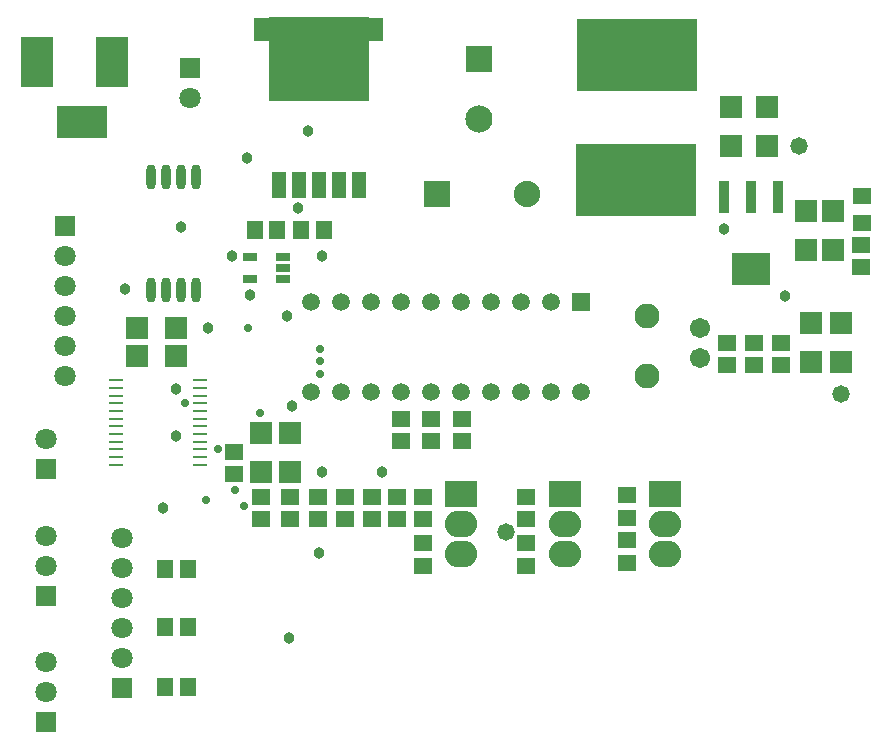
<source format=gts>
G04*
G04 #@! TF.GenerationSoftware,Altium Limited,Altium Designer,23.10.1 (27)*
G04*
G04 Layer_Color=8388736*
%FSLAX25Y25*%
%MOIN*%
G70*
G04*
G04 #@! TF.SameCoordinates,35A5512B-BB22-45A0-ACD4-C44AAE3452D1*
G04*
G04*
G04 #@! TF.FilePolarity,Negative*
G04*
G01*
G75*
%ADD26R,0.04572X0.01066*%
%ADD35R,0.07493X0.07493*%
%ADD36R,0.05524X0.06312*%
%ADD37R,0.06312X0.05524*%
%ADD38R,0.07493X0.07493*%
%ADD39R,0.12611X0.10800*%
%ADD40R,0.03556X0.10800*%
%ADD41R,0.33195X0.27920*%
%ADD42R,0.04613X0.08904*%
%ADD43R,0.04737X0.03162*%
%ADD44O,0.03162X0.08280*%
%ADD45R,0.06300X0.05800*%
%ADD46R,0.40170X0.24422*%
%ADD47C,0.05900*%
%ADD48R,0.05900X0.05900*%
%ADD49R,0.10800X0.08800*%
%ADD50O,0.10800X0.08800*%
%ADD51R,0.07099X0.07099*%
%ADD52C,0.07099*%
%ADD53R,0.16800X0.10800*%
%ADD54R,0.10800X0.16800*%
%ADD55C,0.06706*%
%ADD56C,0.08300*%
%ADD57C,0.09068*%
%ADD58R,0.09068X0.09068*%
%ADD59R,0.08800X0.08800*%
%ADD60C,0.08800*%
%ADD61C,0.03800*%
%ADD62C,0.05800*%
%ADD63C,0.02800*%
G36*
X90846Y245974D02*
X84540D01*
Y238054D01*
X90846D01*
Y245974D01*
D02*
G37*
G36*
X127460D02*
X121548D01*
Y238054D01*
X127460D01*
Y245974D01*
D02*
G37*
D26*
X66575Y125075D02*
D03*
Y122516D02*
D03*
Y119957D02*
D03*
Y117398D02*
D03*
Y114839D02*
D03*
Y112279D02*
D03*
Y109721D02*
D03*
Y107161D02*
D03*
Y104602D02*
D03*
Y102043D02*
D03*
Y99484D02*
D03*
Y96925D02*
D03*
X38425D02*
D03*
Y99484D02*
D03*
Y102043D02*
D03*
Y104602D02*
D03*
Y107161D02*
D03*
Y109721D02*
D03*
Y112279D02*
D03*
Y114839D02*
D03*
Y117398D02*
D03*
Y119957D02*
D03*
Y122516D02*
D03*
Y125075D02*
D03*
D35*
X58496Y133000D02*
D03*
X45504D02*
D03*
Y142500D02*
D03*
X58496D02*
D03*
D36*
X54777Y42761D02*
D03*
X62257D02*
D03*
X54777Y62261D02*
D03*
X62257D02*
D03*
X54777Y22761D02*
D03*
X62257D02*
D03*
X92223Y175239D02*
D03*
X84742D02*
D03*
X107723D02*
D03*
X100242D02*
D03*
D37*
X153761Y112223D02*
D03*
Y104743D02*
D03*
X143261Y112223D02*
D03*
Y104743D02*
D03*
X133261Y112223D02*
D03*
Y104743D02*
D03*
X208739Y64277D02*
D03*
Y71758D02*
D03*
X140739Y63277D02*
D03*
Y70758D02*
D03*
Y78777D02*
D03*
Y86257D02*
D03*
X175239Y78777D02*
D03*
Y86257D02*
D03*
Y63277D02*
D03*
Y70758D02*
D03*
X123739Y78777D02*
D03*
Y86257D02*
D03*
X114739Y78777D02*
D03*
Y86257D02*
D03*
X105739Y78777D02*
D03*
Y86257D02*
D03*
X132239Y78777D02*
D03*
Y86257D02*
D03*
X208739Y79277D02*
D03*
Y86757D02*
D03*
X96261Y86223D02*
D03*
Y78742D02*
D03*
X86761Y86223D02*
D03*
Y78742D02*
D03*
X77739Y93777D02*
D03*
Y101258D02*
D03*
X259987Y130142D02*
D03*
Y137623D02*
D03*
X242239Y130167D02*
D03*
Y137647D02*
D03*
X286739Y162777D02*
D03*
Y170257D02*
D03*
X250987Y130142D02*
D03*
Y137623D02*
D03*
D38*
X96500Y94614D02*
D03*
Y107606D02*
D03*
X86642D02*
D03*
Y94614D02*
D03*
X277500Y181496D02*
D03*
Y168504D02*
D03*
X255500Y203004D02*
D03*
Y215996D02*
D03*
X243500D02*
D03*
Y203004D02*
D03*
X268500Y168504D02*
D03*
Y181496D02*
D03*
X270000Y131004D02*
D03*
Y143996D02*
D03*
X280000D02*
D03*
Y131004D02*
D03*
D39*
X250000Y162000D02*
D03*
D40*
X240945Y186000D02*
D03*
X259055D02*
D03*
X250000D02*
D03*
D41*
X106000Y232014D02*
D03*
D42*
X119386Y189986D02*
D03*
X112693D02*
D03*
X106020D02*
D03*
X99307D02*
D03*
X92614D02*
D03*
D43*
X93913Y158760D02*
D03*
Y162500D02*
D03*
Y166240D02*
D03*
X83087D02*
D03*
Y158760D02*
D03*
D44*
X65000Y192701D02*
D03*
X60000D02*
D03*
X55000D02*
D03*
X50000D02*
D03*
X65000Y155299D02*
D03*
X60000D02*
D03*
X55000D02*
D03*
X50000D02*
D03*
D45*
X287000Y177500D02*
D03*
Y186500D02*
D03*
D46*
X212000Y233500D02*
D03*
X211606Y191768D02*
D03*
D47*
X193500Y121000D02*
D03*
X183500D02*
D03*
X173500D02*
D03*
X163500D02*
D03*
X153500D02*
D03*
X143500D02*
D03*
X133500D02*
D03*
X123500D02*
D03*
X113500D02*
D03*
X103500D02*
D03*
Y151000D02*
D03*
X113500D02*
D03*
X123500D02*
D03*
X133500D02*
D03*
X143500D02*
D03*
X153500D02*
D03*
X163500D02*
D03*
X173500D02*
D03*
X183500D02*
D03*
D48*
X193500D02*
D03*
D49*
X153500Y87000D02*
D03*
X188000D02*
D03*
X221500D02*
D03*
D50*
X153500Y77000D02*
D03*
Y67000D02*
D03*
X188000Y77000D02*
D03*
Y67000D02*
D03*
X221500Y77000D02*
D03*
Y67000D02*
D03*
D51*
X15000Y95500D02*
D03*
Y53000D02*
D03*
Y11000D02*
D03*
X63100Y229100D02*
D03*
X21500Y176500D02*
D03*
X40500Y22500D02*
D03*
D52*
X15000Y105500D02*
D03*
Y73000D02*
D03*
Y63000D02*
D03*
Y31000D02*
D03*
Y21000D02*
D03*
X63100Y219100D02*
D03*
X21500Y126500D02*
D03*
Y136500D02*
D03*
Y146500D02*
D03*
Y156500D02*
D03*
Y166500D02*
D03*
X40500Y42500D02*
D03*
Y32500D02*
D03*
Y52500D02*
D03*
Y62500D02*
D03*
Y72500D02*
D03*
D53*
X27228Y211000D02*
D03*
D54*
X12228Y231000D02*
D03*
X37228D02*
D03*
D55*
X233000Y132500D02*
D03*
Y142500D02*
D03*
D56*
X215500Y146500D02*
D03*
Y126500D02*
D03*
D57*
X159500Y212000D02*
D03*
D58*
Y232000D02*
D03*
D59*
X145500Y187000D02*
D03*
D60*
X175500D02*
D03*
D61*
X95500Y146500D02*
D03*
X107000Y166500D02*
D03*
X127000Y94500D02*
D03*
X58500Y122000D02*
D03*
Y106500D02*
D03*
X54000Y82500D02*
D03*
X97000Y116500D02*
D03*
X106000Y67500D02*
D03*
X107000Y94500D02*
D03*
X96000Y39000D02*
D03*
X241000Y175500D02*
D03*
X261500Y153000D02*
D03*
X83000Y153500D02*
D03*
X69000Y142500D02*
D03*
X102500Y208000D02*
D03*
X82000Y199000D02*
D03*
X77000Y166500D02*
D03*
X60000Y176000D02*
D03*
X41500Y155500D02*
D03*
X99000Y182500D02*
D03*
D62*
X168500Y74500D02*
D03*
X266000Y203000D02*
D03*
X280000Y120500D02*
D03*
D63*
X72500Y102000D02*
D03*
X68500Y85000D02*
D03*
X78000Y88500D02*
D03*
X61500Y117500D02*
D03*
X81122Y83120D02*
D03*
X86500Y114000D02*
D03*
X106500Y131500D02*
D03*
Y127000D02*
D03*
Y135500D02*
D03*
X82500Y142500D02*
D03*
M02*

</source>
